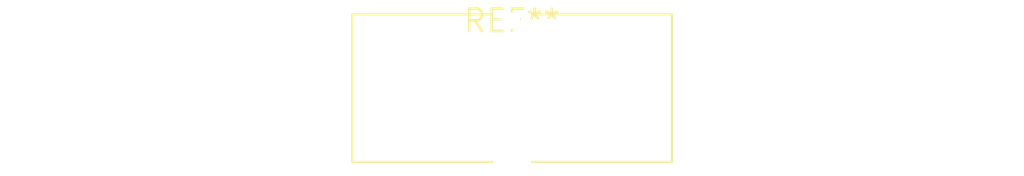
<source format=kicad_pcb>
(kicad_pcb (version 20240108) (generator pcbnew)
  (layers (0 "F.Cu" signal) (31 "B.Cu" signal) (34 "B.Paste" user) (35 "F.Paste" user) (36 "B.SilkS" user "B.Silkscreen") (37 "F.SilkS" user "F.Silkscreen") (38 "B.Mask" user) (39 "F.Mask" user) (44 "Edge.Cuts" user))
  (net 0 "")
  (footprint "L_Toroid_Vertical_L17.8mm_W8.1mm_P7.62mm_Bourns_5700" (layer "F.Cu") (at 0 0)
    (property "Reference" "REF**")
    (property "Value" "L_Toroid_Vertical_L17.8mm_W8.1mm_P7.62mm_Bourns_5700")
    (fp_line (start -9.02 -0.36) (end -9.02 7.98) (layer "F.SilkS") (stroke (width 0.12)))
    (fp_line (start -9.02 -0.36) (end -1.119 -0.36) (layer "F.SilkS") (stroke (width 0.12)))
    (fp_line (start -9.02 7.98) (end -1.119 7.98) (layer "F.SilkS") (stroke (width 0.12)))
    (fp_line (start 1.119 -0.36) (end 9.02 -0.36) (layer "F.SilkS") (stroke (width 0.12)))
    (fp_line (start 1.119 7.98) (end 9.02 7.98) (layer "F.SilkS") (stroke (width 0.12)))
    (fp_line (start 9.02 -0.36) (end 9.02 7.98) (layer "F.SilkS") (stroke (width 0.12)))
    (pad "1" thru_hole circle (at 0 0) (size 1.8 1.8) (drill 0.9) (layers *.Cu *.Mask) (remove_unused_layers))
    (pad "2" thru_hole circle (at 0 7.62) (size 1.8 1.8) (drill 0.9) (layers *.Cu *.Mask) (remove_unused_layers))
  )
)
</source>
